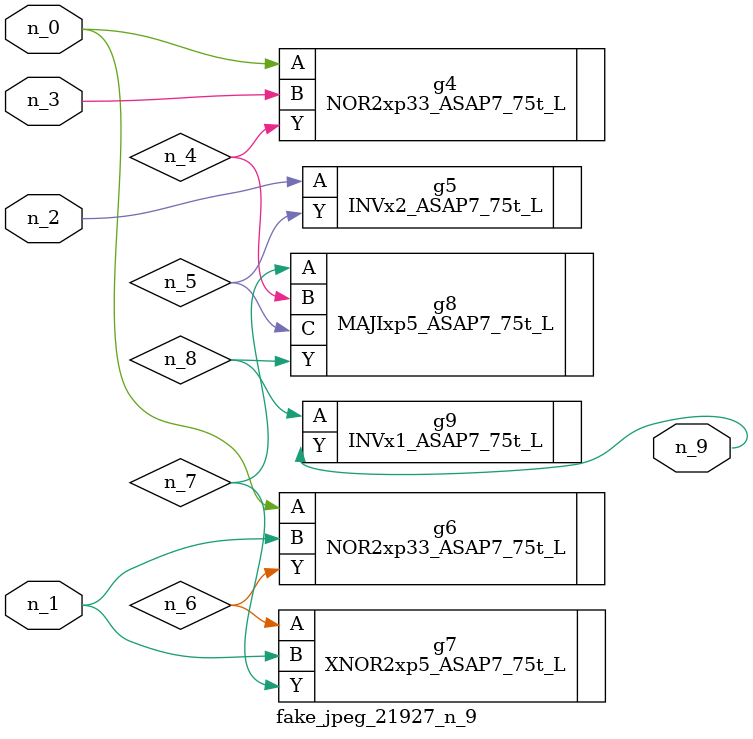
<source format=v>
module fake_jpeg_21927_n_9 (n_0, n_3, n_2, n_1, n_9);

input n_0;
input n_3;
input n_2;
input n_1;

output n_9;

wire n_4;
wire n_8;
wire n_6;
wire n_5;
wire n_7;

NOR2xp33_ASAP7_75t_L g4 ( 
.A(n_0),
.B(n_3),
.Y(n_4)
);

INVx2_ASAP7_75t_L g5 ( 
.A(n_2),
.Y(n_5)
);

NOR2xp33_ASAP7_75t_L g6 ( 
.A(n_0),
.B(n_1),
.Y(n_6)
);

XNOR2xp5_ASAP7_75t_L g7 ( 
.A(n_6),
.B(n_1),
.Y(n_7)
);

MAJIxp5_ASAP7_75t_L g8 ( 
.A(n_7),
.B(n_4),
.C(n_5),
.Y(n_8)
);

INVx1_ASAP7_75t_L g9 ( 
.A(n_8),
.Y(n_9)
);


endmodule
</source>
